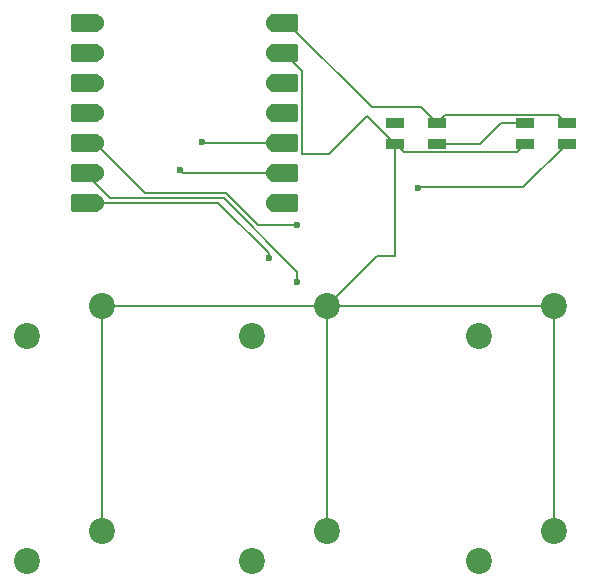
<source format=gbr>
%TF.GenerationSoftware,KiCad,Pcbnew,9.0.2*%
%TF.CreationDate,2025-07-08T20:10:03-07:00*%
%TF.ProjectId,Hackpad,4861636b-7061-4642-9e6b-696361645f70,rev?*%
%TF.SameCoordinates,Original*%
%TF.FileFunction,Copper,L1,Top*%
%TF.FilePolarity,Positive*%
%FSLAX46Y46*%
G04 Gerber Fmt 4.6, Leading zero omitted, Abs format (unit mm)*
G04 Created by KiCad (PCBNEW 9.0.2) date 2025-07-08 20:10:03*
%MOMM*%
%LPD*%
G01*
G04 APERTURE LIST*
G04 Aperture macros list*
%AMRoundRect*
0 Rectangle with rounded corners*
0 $1 Rounding radius*
0 $2 $3 $4 $5 $6 $7 $8 $9 X,Y pos of 4 corners*
0 Add a 4 corners polygon primitive as box body*
4,1,4,$2,$3,$4,$5,$6,$7,$8,$9,$2,$3,0*
0 Add four circle primitives for the rounded corners*
1,1,$1+$1,$2,$3*
1,1,$1+$1,$4,$5*
1,1,$1+$1,$6,$7*
1,1,$1+$1,$8,$9*
0 Add four rect primitives between the rounded corners*
20,1,$1+$1,$2,$3,$4,$5,0*
20,1,$1+$1,$4,$5,$6,$7,0*
20,1,$1+$1,$6,$7,$8,$9,0*
20,1,$1+$1,$8,$9,$2,$3,0*%
G04 Aperture macros list end*
%TA.AperFunction,SMDPad,CuDef*%
%ADD10R,1.600000X0.850000*%
%TD*%
%TA.AperFunction,ComponentPad*%
%ADD11C,2.200000*%
%TD*%
%TA.AperFunction,SMDPad,CuDef*%
%ADD12RoundRect,0.152400X-1.063600X-0.609600X1.063600X-0.609600X1.063600X0.609600X-1.063600X0.609600X0*%
%TD*%
%TA.AperFunction,ComponentPad*%
%ADD13C,1.524000*%
%TD*%
%TA.AperFunction,SMDPad,CuDef*%
%ADD14RoundRect,0.152400X1.063600X0.609600X-1.063600X0.609600X-1.063600X-0.609600X1.063600X-0.609600X0*%
%TD*%
%TA.AperFunction,ViaPad*%
%ADD15C,0.600000*%
%TD*%
%TA.AperFunction,Conductor*%
%ADD16C,0.200000*%
%TD*%
G04 APERTURE END LIST*
D10*
%TO.P,D3,1,DOUT*%
%TO.N,unconnected-(D3-DOUT-Pad1)*%
X170250000Y-96125000D03*
%TO.P,D3,2,VSS*%
%TO.N,GND*%
X170250000Y-97875000D03*
%TO.P,D3,3,DIN*%
%TO.N,Net-(D1-DOUT)*%
X173750000Y-97875000D03*
%TO.P,D3,4,VDD*%
%TO.N,+5V*%
X173750000Y-96125000D03*
%TD*%
%TO.P,D1,1,DOUT*%
%TO.N,Net-(D1-DOUT)*%
X181250000Y-96125000D03*
%TO.P,D1,2,VSS*%
%TO.N,GND*%
X181250000Y-97875000D03*
%TO.P,D1,3,DIN*%
%TO.N,Net-(D1-DIN)*%
X184750000Y-97875000D03*
%TO.P,D1,4,VDD*%
%TO.N,+5V*%
X184750000Y-96125000D03*
%TD*%
D11*
%TO.P,SW6,1,1*%
%TO.N,GND*%
X183650000Y-130651250D03*
%TO.P,SW6,2,2*%
%TO.N,Net-(U1-GPIO7{slash}SCL)*%
X177300000Y-133191250D03*
%TD*%
%TO.P,SW5,1,1*%
%TO.N,GND*%
X183650000Y-111601250D03*
%TO.P,SW5,2,2*%
%TO.N,Net-(U1-GPIO0{slash}TX)*%
X177300000Y-114141250D03*
%TD*%
D12*
%TO.P,U1,14,VBUS*%
%TO.N,+5V*%
X160855000Y-87630000D03*
D13*
X160020000Y-87630000D03*
D12*
%TO.P,U1,13,GND*%
%TO.N,GND*%
X160855000Y-90170000D03*
D13*
X160020000Y-90170000D03*
D12*
%TO.P,U1,12,3V3*%
%TO.N,unconnected-(U1-3V3-Pad12)*%
X160855000Y-92710000D03*
D13*
X160020000Y-92710000D03*
D12*
%TO.P,U1,11,GPIO3/MOSI*%
%TO.N,Net-(U1-GPIO3{slash}MOSI)*%
X160855000Y-95250000D03*
D13*
X160020000Y-95250000D03*
D12*
%TO.P,U1,10,GPIO4/MISO*%
%TO.N,Net-(U1-GPIO4{slash}MISO)*%
X160855000Y-97790000D03*
D13*
X160020000Y-97790000D03*
D12*
%TO.P,U1,9,GPIO2/SCK*%
%TO.N,Net-(U1-GPIO2{slash}SCK)*%
X160855000Y-100330000D03*
D13*
X160020000Y-100330000D03*
D12*
%TO.P,U1,8,GPIO1/RX*%
%TO.N,Net-(U1-GPIO1{slash}RX)*%
X160855000Y-102870000D03*
D13*
X160020000Y-102870000D03*
%TO.P,U1,7,GPIO0/TX*%
%TO.N,Net-(U1-GPIO0{slash}TX)*%
X144780000Y-102870000D03*
D14*
X143945000Y-102870000D03*
D13*
%TO.P,U1,6,GPIO7/SCL*%
%TO.N,Net-(U1-GPIO7{slash}SCL)*%
X144780000Y-100330000D03*
D14*
X143945000Y-100330000D03*
D13*
%TO.P,U1,5,GPIO6/SDA*%
%TO.N,Net-(D1-DIN)*%
X144780000Y-97790000D03*
D14*
X143945000Y-97790000D03*
D13*
%TO.P,U1,4,GPIO29/ADC3/A3*%
%TO.N,unconnected-(U1-GPIO29{slash}ADC3{slash}A3-Pad4)*%
X144780000Y-95250000D03*
D14*
X143945000Y-95250000D03*
D13*
%TO.P,U1,3,GPIO28/ADC2/A2*%
%TO.N,unconnected-(U1-GPIO28{slash}ADC2{slash}A2-Pad3)*%
X144780000Y-92710000D03*
D14*
X143945000Y-92710000D03*
D13*
%TO.P,U1,2,GPIO27/ADC1/A1*%
%TO.N,unconnected-(U1-GPIO27{slash}ADC1{slash}A1-Pad2)*%
X144780000Y-90170000D03*
D14*
X143945000Y-90170000D03*
D13*
%TO.P,U1,1,GPIO26/ADC0/A0*%
%TO.N,unconnected-(U1-GPIO26{slash}ADC0{slash}A0-Pad1)*%
X144780000Y-87630000D03*
D14*
X143945000Y-87630000D03*
%TD*%
D11*
%TO.P,SW4,1,1*%
%TO.N,GND*%
X164465000Y-130651250D03*
%TO.P,SW4,2,2*%
%TO.N,Net-(U1-GPIO3{slash}MOSI)*%
X158115000Y-133191250D03*
%TD*%
%TO.P,SW3,1,1*%
%TO.N,GND*%
X145415000Y-130651250D03*
%TO.P,SW3,2,2*%
%TO.N,Net-(U1-GPIO4{slash}MISO)*%
X139065000Y-133191250D03*
%TD*%
%TO.P,SW2,1,1*%
%TO.N,GND*%
X145415000Y-111601250D03*
%TO.P,SW2,2,2*%
%TO.N,Net-(U1-GPIO2{slash}SCK)*%
X139065000Y-114141250D03*
%TD*%
%TO.P,SW1,1,1*%
%TO.N,GND*%
X164465000Y-111601250D03*
%TO.P,SW1,2,2*%
%TO.N,Net-(U1-GPIO1{slash}RX)*%
X158115000Y-114141250D03*
%TD*%
D15*
%TO.N,Net-(D1-DIN)*%
X161925000Y-104775000D03*
X172187500Y-101575000D03*
%TO.N,Net-(U1-GPIO7{slash}SCL)*%
X161925000Y-109537500D03*
%TO.N,Net-(U1-GPIO0{slash}TX)*%
X159543750Y-107527845D03*
%TO.N,Net-(U1-GPIO4{slash}MISO)*%
X153900000Y-97700000D03*
%TO.N,Net-(U1-GPIO2{slash}SCK)*%
X152000000Y-100100000D03*
%TD*%
D16*
%TO.N,Net-(D1-DIN)*%
X172187500Y-101575000D02*
X172205750Y-101556750D01*
X172205750Y-101556750D02*
X181068250Y-101556750D01*
X181068250Y-101556750D02*
X184750000Y-97875000D01*
%TO.N,GND*%
X170250000Y-107350000D02*
X168716250Y-107350000D01*
X168716250Y-107350000D02*
X164465000Y-111601250D01*
%TO.N,Net-(D1-DOUT)*%
X173750000Y-97875000D02*
X177439500Y-97875000D01*
X177439500Y-97875000D02*
X179189500Y-96125000D01*
%TO.N,GND*%
X170976000Y-98601000D02*
X174606750Y-98601000D01*
%TO.N,+5V*%
X173750000Y-96125000D02*
X174476000Y-95399000D01*
X174476000Y-95399000D02*
X184024000Y-95399000D01*
X184024000Y-95399000D02*
X184750000Y-96125000D01*
X168250000Y-94782370D02*
X172407370Y-94782370D01*
X172407370Y-94782370D02*
X173750000Y-96125000D01*
%TO.N,GND*%
X167872000Y-95497000D02*
X164672000Y-98697000D01*
X164672000Y-98697000D02*
X162372000Y-98697000D01*
%TO.N,+5V*%
X185062500Y-96437500D02*
X184946050Y-96321050D01*
%TO.N,Net-(D1-DOUT)*%
X181250000Y-96125000D02*
X179189500Y-96125000D01*
%TO.N,GND*%
X167872000Y-95497000D02*
X170250000Y-97875000D01*
X180542250Y-98582750D02*
X174606750Y-98582750D01*
X181250000Y-97875000D02*
X180542250Y-98582750D01*
X170976000Y-98601000D02*
X170250000Y-97875000D01*
X170250000Y-107350000D02*
X170250000Y-97875000D01*
%TO.N,Net-(D1-DIN)*%
X161925000Y-104775000D02*
X158579543Y-104775000D01*
X158579543Y-104775000D02*
X155872543Y-102068000D01*
X155872543Y-102068000D02*
X149058000Y-102068000D01*
X149058000Y-102068000D02*
X144780000Y-97790000D01*
%TO.N,Net-(U1-GPIO0{slash}TX)*%
X155257500Y-102870000D02*
X144780000Y-102870000D01*
X159543750Y-107527845D02*
X159543750Y-107156250D01*
X159543750Y-107156250D02*
X155257500Y-102870000D01*
%TO.N,Net-(U1-GPIO7{slash}SCL)*%
X161925000Y-109537500D02*
X161925000Y-108687557D01*
X161925000Y-108687557D02*
X155706443Y-102469000D01*
X146084000Y-102469000D02*
X143945000Y-100330000D01*
X155706443Y-102469000D02*
X146084000Y-102469000D01*
%TO.N,GND*%
X183650000Y-111601250D02*
X164465000Y-111601250D01*
X183650000Y-130651250D02*
X183650000Y-111601250D01*
X160020000Y-90170000D02*
X160855000Y-90170000D01*
X162372000Y-91687000D02*
X162372000Y-98697000D01*
X160855000Y-90170000D02*
X162372000Y-91687000D01*
%TO.N,Net-(U1-GPIO4{slash}MISO)*%
X153900000Y-97700000D02*
X153990000Y-97790000D01*
X153990000Y-97790000D02*
X160020000Y-97790000D01*
%TO.N,Net-(U1-GPIO2{slash}SCK)*%
X152000000Y-100100000D02*
X152230000Y-100330000D01*
X152230000Y-100330000D02*
X160020000Y-100330000D01*
%TO.N,+5V*%
X160020000Y-87630000D02*
X161097630Y-87630000D01*
%TO.N,GND*%
X145415000Y-111601250D02*
X145415000Y-111515000D01*
X145398750Y-111601250D02*
X145200000Y-111800000D01*
X145415000Y-111601250D02*
X145398750Y-111601250D01*
X164465000Y-111601250D02*
X164465000Y-110835000D01*
X164465000Y-110835000D02*
X164750000Y-110550000D01*
X164465000Y-111601250D02*
X164465000Y-130651250D01*
X145415000Y-111601250D02*
X164465000Y-111601250D01*
X145415000Y-130651250D02*
X145415000Y-111601250D01*
%TO.N,+5V*%
X161097630Y-87630000D02*
X168250000Y-94782370D01*
%TD*%
M02*

</source>
